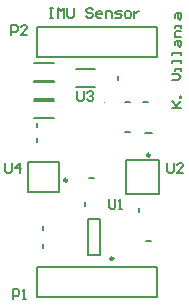
<source format=gto>
G04*
G04 #@! TF.GenerationSoftware,Altium Limited,Altium Designer,21.6.4 (81)*
G04*
G04 Layer_Color=65535*
%FSLAX25Y25*%
%MOIN*%
G70*
G04*
G04 #@! TF.SameCoordinates,47E44DC7-4B56-48B3-8F63-FDCB66B81885*
G04*
G04*
G04 #@! TF.FilePolarity,Positive*
G04*
G01*
G75*
%ADD10C,0.00492*%
%ADD11C,0.00984*%
%ADD12C,0.00787*%
%ADD13C,0.00591*%
%ADD14C,0.00600*%
D10*
X36626Y69972D02*
G03*
X36626Y69972I-244J0D01*
G01*
D11*
X39299Y17815D02*
G03*
X39299Y17815I-492J0D01*
G01*
X23905Y43919D02*
G03*
X23905Y43919I-492J0D01*
G01*
X51559Y52284D02*
G03*
X51559Y52284I-492J0D01*
G01*
D12*
X13008Y70399D02*
X19592D01*
X13008Y64601D02*
X19592D01*
X13008Y82899D02*
X19592D01*
X13008Y77101D02*
X19592D01*
X31032Y18898D02*
X34969D01*
X31032Y31102D02*
X34969D01*
Y18898D02*
Y31102D01*
X31032Y18898D02*
Y31102D01*
X14000Y85000D02*
Y95000D01*
X54000D01*
X14000Y85000D02*
X54000D01*
Y95000D01*
X14000Y5000D02*
Y15000D01*
X54000D01*
X14000Y5000D02*
X54000D01*
Y15000D01*
X21150Y39884D02*
Y50120D01*
X10913D02*
X21150D01*
X10913Y39884D02*
Y50120D01*
Y39884D02*
X21150D01*
X49886Y59756D02*
X52248D01*
X26708Y80899D02*
X33292D01*
X26708Y75101D02*
X33292D01*
X13008Y70851D02*
X19592D01*
X13008Y76649D02*
X19592D01*
X43488Y50512D02*
X54512D01*
X43488Y39488D02*
Y50512D01*
Y39488D02*
X54512D01*
Y50512D01*
D13*
X30000Y35213D02*
Y36787D01*
X16000Y27213D02*
Y28787D01*
X50213Y23772D02*
X51787D01*
X49213Y70000D02*
X50787D01*
X16000Y21213D02*
Y22787D01*
X48000Y33213D02*
Y34787D01*
X41000Y77213D02*
Y78787D01*
X43213Y60000D02*
X44787D01*
X43213Y70000D02*
X44787D01*
X13797Y56513D02*
Y58087D01*
Y61513D02*
Y63087D01*
X31213Y44772D02*
X32787D01*
D14*
X58701Y68100D02*
X61900D01*
X60834D01*
X58701Y70233D01*
X60300Y68633D01*
X61900Y70233D01*
Y71299D02*
X61367D01*
Y71832D01*
X61900D01*
Y71299D01*
X58701Y77164D02*
X60834D01*
X61900Y78230D01*
X60834Y79296D01*
X58701D01*
X61900Y80363D02*
Y81429D01*
Y80896D01*
X59767D01*
Y80363D01*
X61900Y83029D02*
Y84095D01*
Y83562D01*
X58701D01*
Y83029D01*
X61900Y85694D02*
Y86761D01*
Y86228D01*
X58701D01*
Y85694D01*
X59767Y88893D02*
Y89960D01*
X60300Y90493D01*
X61900D01*
Y88893D01*
X61367Y88360D01*
X60834Y88893D01*
Y90493D01*
X61900Y91559D02*
X59767D01*
Y93159D01*
X60300Y93692D01*
X61900D01*
Y94758D02*
Y95824D01*
Y95291D01*
X59767D01*
Y94758D01*
Y97957D02*
Y99023D01*
X60300Y99556D01*
X61900D01*
Y97957D01*
X61367Y97424D01*
X60834Y97957D01*
Y99556D01*
X18100Y101299D02*
X19166D01*
X18633D01*
Y98100D01*
X18100D01*
X19166D01*
X20766D02*
Y101299D01*
X21832Y100233D01*
X22898Y101299D01*
Y98100D01*
X23965Y101299D02*
Y98633D01*
X24498Y98100D01*
X25564D01*
X26097Y98633D01*
Y101299D01*
X32495Y100766D02*
X31962Y101299D01*
X30896D01*
X30363Y100766D01*
Y100233D01*
X30896Y99699D01*
X31962D01*
X32495Y99166D01*
Y98633D01*
X31962Y98100D01*
X30896D01*
X30363Y98633D01*
X35161Y98100D02*
X34095D01*
X33562Y98633D01*
Y99699D01*
X34095Y100233D01*
X35161D01*
X35694Y99699D01*
Y99166D01*
X33562D01*
X36761Y98100D02*
Y100233D01*
X38360D01*
X38893Y99699D01*
Y98100D01*
X39960D02*
X41559D01*
X42092Y98633D01*
X41559Y99166D01*
X40493D01*
X39960Y99699D01*
X40493Y100233D01*
X42092D01*
X43692Y98100D02*
X44758D01*
X45291Y98633D01*
Y99699D01*
X44758Y100233D01*
X43692D01*
X43159Y99699D01*
Y98633D01*
X43692Y98100D01*
X46358Y100233D02*
Y98100D01*
Y99166D01*
X46891Y99699D01*
X47424Y100233D01*
X47957D01*
X3334Y49599D02*
Y46934D01*
X3867Y46400D01*
X4934D01*
X5467Y46934D01*
Y49599D01*
X8133Y46400D02*
Y49599D01*
X6533Y48000D01*
X8666D01*
X27334Y73599D02*
Y70934D01*
X27867Y70401D01*
X28934D01*
X29467Y70934D01*
Y73599D01*
X30533Y73066D02*
X31066Y73599D01*
X32133D01*
X32666Y73066D01*
Y72533D01*
X32133Y72000D01*
X31600D01*
X32133D01*
X32666Y71467D01*
Y70934D01*
X32133Y70401D01*
X31066D01*
X30533Y70934D01*
X57334Y49599D02*
Y46934D01*
X57867Y46400D01*
X58934D01*
X59467Y46934D01*
Y49599D01*
X62666Y46400D02*
X60533D01*
X62666Y48533D01*
Y49066D01*
X62133Y49599D01*
X61066D01*
X60533Y49066D01*
X37867Y37600D02*
Y34934D01*
X38401Y34400D01*
X39467D01*
X40000Y34934D01*
Y37600D01*
X41066Y34400D02*
X42133D01*
X41600D01*
Y37600D01*
X41066Y37066D01*
X5334Y92400D02*
Y95600D01*
X6934D01*
X7467Y95066D01*
Y94000D01*
X6934Y93467D01*
X5334D01*
X10666Y92400D02*
X8533D01*
X10666Y94533D01*
Y95066D01*
X10133Y95600D01*
X9066D01*
X8533Y95066D01*
X5867Y4400D02*
Y7599D01*
X7467D01*
X8000Y7066D01*
Y6000D01*
X7467Y5467D01*
X5867D01*
X9066Y4400D02*
X10133D01*
X9600D01*
Y7599D01*
X9066Y7066D01*
M02*

</source>
